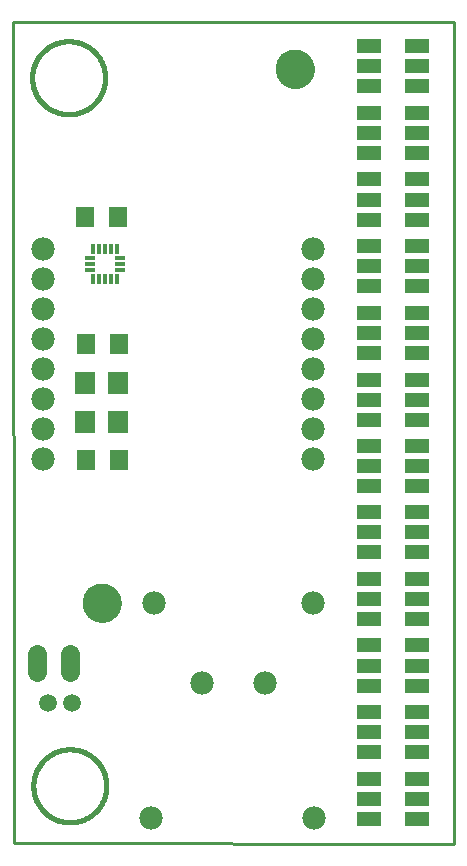
<source format=gts>
G75*
%MOIN*%
%OFA0B0*%
%FSLAX25Y25*%
%IPPOS*%
%LPD*%
%AMOC8*
5,1,8,0,0,1.08239X$1,22.5*
%
%ADD10C,0.01000*%
%ADD11C,0.00000*%
%ADD12C,0.12998*%
%ADD13C,0.01600*%
%ADD14C,0.06400*%
%ADD15C,0.07800*%
%ADD16R,0.08274X0.04731*%
%ADD17R,0.06699X0.07487*%
%ADD18R,0.05912X0.06699*%
%ADD19C,0.05943*%
%ADD20R,0.03550X0.01581*%
%ADD21R,0.01581X0.03550*%
D10*
X0110444Y0004527D02*
X0257294Y0004330D01*
X0257098Y0278346D01*
X0110050Y0278346D01*
X0110444Y0004527D01*
D11*
X0133476Y0084645D02*
X0133478Y0084803D01*
X0133484Y0084961D01*
X0133494Y0085119D01*
X0133508Y0085277D01*
X0133526Y0085434D01*
X0133547Y0085591D01*
X0133573Y0085747D01*
X0133603Y0085903D01*
X0133636Y0086058D01*
X0133674Y0086211D01*
X0133715Y0086364D01*
X0133760Y0086516D01*
X0133809Y0086667D01*
X0133862Y0086816D01*
X0133918Y0086964D01*
X0133978Y0087110D01*
X0134042Y0087255D01*
X0134110Y0087398D01*
X0134181Y0087540D01*
X0134255Y0087680D01*
X0134333Y0087817D01*
X0134415Y0087953D01*
X0134499Y0088087D01*
X0134588Y0088218D01*
X0134679Y0088347D01*
X0134774Y0088474D01*
X0134871Y0088599D01*
X0134972Y0088721D01*
X0135076Y0088840D01*
X0135183Y0088957D01*
X0135293Y0089071D01*
X0135406Y0089182D01*
X0135521Y0089291D01*
X0135639Y0089396D01*
X0135760Y0089498D01*
X0135883Y0089598D01*
X0136009Y0089694D01*
X0136137Y0089787D01*
X0136267Y0089877D01*
X0136400Y0089963D01*
X0136535Y0090047D01*
X0136671Y0090126D01*
X0136810Y0090203D01*
X0136951Y0090275D01*
X0137093Y0090345D01*
X0137237Y0090410D01*
X0137383Y0090472D01*
X0137530Y0090530D01*
X0137679Y0090585D01*
X0137829Y0090636D01*
X0137980Y0090683D01*
X0138132Y0090726D01*
X0138285Y0090765D01*
X0138440Y0090801D01*
X0138595Y0090832D01*
X0138751Y0090860D01*
X0138907Y0090884D01*
X0139064Y0090904D01*
X0139222Y0090920D01*
X0139379Y0090932D01*
X0139538Y0090940D01*
X0139696Y0090944D01*
X0139854Y0090944D01*
X0140012Y0090940D01*
X0140171Y0090932D01*
X0140328Y0090920D01*
X0140486Y0090904D01*
X0140643Y0090884D01*
X0140799Y0090860D01*
X0140955Y0090832D01*
X0141110Y0090801D01*
X0141265Y0090765D01*
X0141418Y0090726D01*
X0141570Y0090683D01*
X0141721Y0090636D01*
X0141871Y0090585D01*
X0142020Y0090530D01*
X0142167Y0090472D01*
X0142313Y0090410D01*
X0142457Y0090345D01*
X0142599Y0090275D01*
X0142740Y0090203D01*
X0142879Y0090126D01*
X0143015Y0090047D01*
X0143150Y0089963D01*
X0143283Y0089877D01*
X0143413Y0089787D01*
X0143541Y0089694D01*
X0143667Y0089598D01*
X0143790Y0089498D01*
X0143911Y0089396D01*
X0144029Y0089291D01*
X0144144Y0089182D01*
X0144257Y0089071D01*
X0144367Y0088957D01*
X0144474Y0088840D01*
X0144578Y0088721D01*
X0144679Y0088599D01*
X0144776Y0088474D01*
X0144871Y0088347D01*
X0144962Y0088218D01*
X0145051Y0088087D01*
X0145135Y0087953D01*
X0145217Y0087817D01*
X0145295Y0087680D01*
X0145369Y0087540D01*
X0145440Y0087398D01*
X0145508Y0087255D01*
X0145572Y0087110D01*
X0145632Y0086964D01*
X0145688Y0086816D01*
X0145741Y0086667D01*
X0145790Y0086516D01*
X0145835Y0086364D01*
X0145876Y0086211D01*
X0145914Y0086058D01*
X0145947Y0085903D01*
X0145977Y0085747D01*
X0146003Y0085591D01*
X0146024Y0085434D01*
X0146042Y0085277D01*
X0146056Y0085119D01*
X0146066Y0084961D01*
X0146072Y0084803D01*
X0146074Y0084645D01*
X0146072Y0084487D01*
X0146066Y0084329D01*
X0146056Y0084171D01*
X0146042Y0084013D01*
X0146024Y0083856D01*
X0146003Y0083699D01*
X0145977Y0083543D01*
X0145947Y0083387D01*
X0145914Y0083232D01*
X0145876Y0083079D01*
X0145835Y0082926D01*
X0145790Y0082774D01*
X0145741Y0082623D01*
X0145688Y0082474D01*
X0145632Y0082326D01*
X0145572Y0082180D01*
X0145508Y0082035D01*
X0145440Y0081892D01*
X0145369Y0081750D01*
X0145295Y0081610D01*
X0145217Y0081473D01*
X0145135Y0081337D01*
X0145051Y0081203D01*
X0144962Y0081072D01*
X0144871Y0080943D01*
X0144776Y0080816D01*
X0144679Y0080691D01*
X0144578Y0080569D01*
X0144474Y0080450D01*
X0144367Y0080333D01*
X0144257Y0080219D01*
X0144144Y0080108D01*
X0144029Y0079999D01*
X0143911Y0079894D01*
X0143790Y0079792D01*
X0143667Y0079692D01*
X0143541Y0079596D01*
X0143413Y0079503D01*
X0143283Y0079413D01*
X0143150Y0079327D01*
X0143015Y0079243D01*
X0142879Y0079164D01*
X0142740Y0079087D01*
X0142599Y0079015D01*
X0142457Y0078945D01*
X0142313Y0078880D01*
X0142167Y0078818D01*
X0142020Y0078760D01*
X0141871Y0078705D01*
X0141721Y0078654D01*
X0141570Y0078607D01*
X0141418Y0078564D01*
X0141265Y0078525D01*
X0141110Y0078489D01*
X0140955Y0078458D01*
X0140799Y0078430D01*
X0140643Y0078406D01*
X0140486Y0078386D01*
X0140328Y0078370D01*
X0140171Y0078358D01*
X0140012Y0078350D01*
X0139854Y0078346D01*
X0139696Y0078346D01*
X0139538Y0078350D01*
X0139379Y0078358D01*
X0139222Y0078370D01*
X0139064Y0078386D01*
X0138907Y0078406D01*
X0138751Y0078430D01*
X0138595Y0078458D01*
X0138440Y0078489D01*
X0138285Y0078525D01*
X0138132Y0078564D01*
X0137980Y0078607D01*
X0137829Y0078654D01*
X0137679Y0078705D01*
X0137530Y0078760D01*
X0137383Y0078818D01*
X0137237Y0078880D01*
X0137093Y0078945D01*
X0136951Y0079015D01*
X0136810Y0079087D01*
X0136671Y0079164D01*
X0136535Y0079243D01*
X0136400Y0079327D01*
X0136267Y0079413D01*
X0136137Y0079503D01*
X0136009Y0079596D01*
X0135883Y0079692D01*
X0135760Y0079792D01*
X0135639Y0079894D01*
X0135521Y0079999D01*
X0135406Y0080108D01*
X0135293Y0080219D01*
X0135183Y0080333D01*
X0135076Y0080450D01*
X0134972Y0080569D01*
X0134871Y0080691D01*
X0134774Y0080816D01*
X0134679Y0080943D01*
X0134588Y0081072D01*
X0134499Y0081203D01*
X0134415Y0081337D01*
X0134333Y0081473D01*
X0134255Y0081610D01*
X0134181Y0081750D01*
X0134110Y0081892D01*
X0134042Y0082035D01*
X0133978Y0082180D01*
X0133918Y0082326D01*
X0133862Y0082474D01*
X0133809Y0082623D01*
X0133760Y0082774D01*
X0133715Y0082926D01*
X0133674Y0083079D01*
X0133636Y0083232D01*
X0133603Y0083387D01*
X0133573Y0083543D01*
X0133547Y0083699D01*
X0133526Y0083856D01*
X0133508Y0084013D01*
X0133494Y0084171D01*
X0133484Y0084329D01*
X0133478Y0084487D01*
X0133476Y0084645D01*
X0197846Y0262597D02*
X0197848Y0262755D01*
X0197854Y0262913D01*
X0197864Y0263071D01*
X0197878Y0263229D01*
X0197896Y0263386D01*
X0197917Y0263543D01*
X0197943Y0263699D01*
X0197973Y0263855D01*
X0198006Y0264010D01*
X0198044Y0264163D01*
X0198085Y0264316D01*
X0198130Y0264468D01*
X0198179Y0264619D01*
X0198232Y0264768D01*
X0198288Y0264916D01*
X0198348Y0265062D01*
X0198412Y0265207D01*
X0198480Y0265350D01*
X0198551Y0265492D01*
X0198625Y0265632D01*
X0198703Y0265769D01*
X0198785Y0265905D01*
X0198869Y0266039D01*
X0198958Y0266170D01*
X0199049Y0266299D01*
X0199144Y0266426D01*
X0199241Y0266551D01*
X0199342Y0266673D01*
X0199446Y0266792D01*
X0199553Y0266909D01*
X0199663Y0267023D01*
X0199776Y0267134D01*
X0199891Y0267243D01*
X0200009Y0267348D01*
X0200130Y0267450D01*
X0200253Y0267550D01*
X0200379Y0267646D01*
X0200507Y0267739D01*
X0200637Y0267829D01*
X0200770Y0267915D01*
X0200905Y0267999D01*
X0201041Y0268078D01*
X0201180Y0268155D01*
X0201321Y0268227D01*
X0201463Y0268297D01*
X0201607Y0268362D01*
X0201753Y0268424D01*
X0201900Y0268482D01*
X0202049Y0268537D01*
X0202199Y0268588D01*
X0202350Y0268635D01*
X0202502Y0268678D01*
X0202655Y0268717D01*
X0202810Y0268753D01*
X0202965Y0268784D01*
X0203121Y0268812D01*
X0203277Y0268836D01*
X0203434Y0268856D01*
X0203592Y0268872D01*
X0203749Y0268884D01*
X0203908Y0268892D01*
X0204066Y0268896D01*
X0204224Y0268896D01*
X0204382Y0268892D01*
X0204541Y0268884D01*
X0204698Y0268872D01*
X0204856Y0268856D01*
X0205013Y0268836D01*
X0205169Y0268812D01*
X0205325Y0268784D01*
X0205480Y0268753D01*
X0205635Y0268717D01*
X0205788Y0268678D01*
X0205940Y0268635D01*
X0206091Y0268588D01*
X0206241Y0268537D01*
X0206390Y0268482D01*
X0206537Y0268424D01*
X0206683Y0268362D01*
X0206827Y0268297D01*
X0206969Y0268227D01*
X0207110Y0268155D01*
X0207249Y0268078D01*
X0207385Y0267999D01*
X0207520Y0267915D01*
X0207653Y0267829D01*
X0207783Y0267739D01*
X0207911Y0267646D01*
X0208037Y0267550D01*
X0208160Y0267450D01*
X0208281Y0267348D01*
X0208399Y0267243D01*
X0208514Y0267134D01*
X0208627Y0267023D01*
X0208737Y0266909D01*
X0208844Y0266792D01*
X0208948Y0266673D01*
X0209049Y0266551D01*
X0209146Y0266426D01*
X0209241Y0266299D01*
X0209332Y0266170D01*
X0209421Y0266039D01*
X0209505Y0265905D01*
X0209587Y0265769D01*
X0209665Y0265632D01*
X0209739Y0265492D01*
X0209810Y0265350D01*
X0209878Y0265207D01*
X0209942Y0265062D01*
X0210002Y0264916D01*
X0210058Y0264768D01*
X0210111Y0264619D01*
X0210160Y0264468D01*
X0210205Y0264316D01*
X0210246Y0264163D01*
X0210284Y0264010D01*
X0210317Y0263855D01*
X0210347Y0263699D01*
X0210373Y0263543D01*
X0210394Y0263386D01*
X0210412Y0263229D01*
X0210426Y0263071D01*
X0210436Y0262913D01*
X0210442Y0262755D01*
X0210444Y0262597D01*
X0210442Y0262439D01*
X0210436Y0262281D01*
X0210426Y0262123D01*
X0210412Y0261965D01*
X0210394Y0261808D01*
X0210373Y0261651D01*
X0210347Y0261495D01*
X0210317Y0261339D01*
X0210284Y0261184D01*
X0210246Y0261031D01*
X0210205Y0260878D01*
X0210160Y0260726D01*
X0210111Y0260575D01*
X0210058Y0260426D01*
X0210002Y0260278D01*
X0209942Y0260132D01*
X0209878Y0259987D01*
X0209810Y0259844D01*
X0209739Y0259702D01*
X0209665Y0259562D01*
X0209587Y0259425D01*
X0209505Y0259289D01*
X0209421Y0259155D01*
X0209332Y0259024D01*
X0209241Y0258895D01*
X0209146Y0258768D01*
X0209049Y0258643D01*
X0208948Y0258521D01*
X0208844Y0258402D01*
X0208737Y0258285D01*
X0208627Y0258171D01*
X0208514Y0258060D01*
X0208399Y0257951D01*
X0208281Y0257846D01*
X0208160Y0257744D01*
X0208037Y0257644D01*
X0207911Y0257548D01*
X0207783Y0257455D01*
X0207653Y0257365D01*
X0207520Y0257279D01*
X0207385Y0257195D01*
X0207249Y0257116D01*
X0207110Y0257039D01*
X0206969Y0256967D01*
X0206827Y0256897D01*
X0206683Y0256832D01*
X0206537Y0256770D01*
X0206390Y0256712D01*
X0206241Y0256657D01*
X0206091Y0256606D01*
X0205940Y0256559D01*
X0205788Y0256516D01*
X0205635Y0256477D01*
X0205480Y0256441D01*
X0205325Y0256410D01*
X0205169Y0256382D01*
X0205013Y0256358D01*
X0204856Y0256338D01*
X0204698Y0256322D01*
X0204541Y0256310D01*
X0204382Y0256302D01*
X0204224Y0256298D01*
X0204066Y0256298D01*
X0203908Y0256302D01*
X0203749Y0256310D01*
X0203592Y0256322D01*
X0203434Y0256338D01*
X0203277Y0256358D01*
X0203121Y0256382D01*
X0202965Y0256410D01*
X0202810Y0256441D01*
X0202655Y0256477D01*
X0202502Y0256516D01*
X0202350Y0256559D01*
X0202199Y0256606D01*
X0202049Y0256657D01*
X0201900Y0256712D01*
X0201753Y0256770D01*
X0201607Y0256832D01*
X0201463Y0256897D01*
X0201321Y0256967D01*
X0201180Y0257039D01*
X0201041Y0257116D01*
X0200905Y0257195D01*
X0200770Y0257279D01*
X0200637Y0257365D01*
X0200507Y0257455D01*
X0200379Y0257548D01*
X0200253Y0257644D01*
X0200130Y0257744D01*
X0200009Y0257846D01*
X0199891Y0257951D01*
X0199776Y0258060D01*
X0199663Y0258171D01*
X0199553Y0258285D01*
X0199446Y0258402D01*
X0199342Y0258521D01*
X0199241Y0258643D01*
X0199144Y0258768D01*
X0199049Y0258895D01*
X0198958Y0259024D01*
X0198869Y0259155D01*
X0198785Y0259289D01*
X0198703Y0259425D01*
X0198625Y0259562D01*
X0198551Y0259702D01*
X0198480Y0259844D01*
X0198412Y0259987D01*
X0198348Y0260132D01*
X0198288Y0260278D01*
X0198232Y0260426D01*
X0198179Y0260575D01*
X0198130Y0260726D01*
X0198085Y0260878D01*
X0198044Y0261031D01*
X0198006Y0261184D01*
X0197973Y0261339D01*
X0197943Y0261495D01*
X0197917Y0261651D01*
X0197896Y0261808D01*
X0197878Y0261965D01*
X0197864Y0262123D01*
X0197854Y0262281D01*
X0197848Y0262439D01*
X0197846Y0262597D01*
D12*
X0204145Y0262597D03*
X0139775Y0084645D03*
D13*
X0116961Y0023672D02*
X0116965Y0023971D01*
X0116976Y0024269D01*
X0116994Y0024567D01*
X0117020Y0024865D01*
X0117053Y0025161D01*
X0117093Y0025457D01*
X0117140Y0025752D01*
X0117195Y0026046D01*
X0117257Y0026338D01*
X0117326Y0026629D01*
X0117402Y0026917D01*
X0117485Y0027204D01*
X0117575Y0027489D01*
X0117672Y0027771D01*
X0117776Y0028051D01*
X0117887Y0028328D01*
X0118005Y0028603D01*
X0118129Y0028874D01*
X0118260Y0029143D01*
X0118398Y0029408D01*
X0118542Y0029670D01*
X0118692Y0029928D01*
X0118849Y0030182D01*
X0119012Y0030432D01*
X0119181Y0030678D01*
X0119356Y0030920D01*
X0119536Y0031158D01*
X0119723Y0031391D01*
X0119915Y0031620D01*
X0120113Y0031844D01*
X0120316Y0032062D01*
X0120525Y0032276D01*
X0120739Y0032485D01*
X0120957Y0032688D01*
X0121181Y0032886D01*
X0121410Y0033078D01*
X0121643Y0033265D01*
X0121881Y0033445D01*
X0122123Y0033620D01*
X0122369Y0033789D01*
X0122619Y0033952D01*
X0122873Y0034109D01*
X0123131Y0034259D01*
X0123393Y0034403D01*
X0123658Y0034541D01*
X0123927Y0034672D01*
X0124198Y0034796D01*
X0124473Y0034914D01*
X0124750Y0035025D01*
X0125030Y0035129D01*
X0125312Y0035226D01*
X0125597Y0035316D01*
X0125884Y0035399D01*
X0126172Y0035475D01*
X0126463Y0035544D01*
X0126755Y0035606D01*
X0127049Y0035661D01*
X0127344Y0035708D01*
X0127640Y0035748D01*
X0127936Y0035781D01*
X0128234Y0035807D01*
X0128532Y0035825D01*
X0128830Y0035836D01*
X0129129Y0035840D01*
X0129428Y0035836D01*
X0129726Y0035825D01*
X0130024Y0035807D01*
X0130322Y0035781D01*
X0130618Y0035748D01*
X0130914Y0035708D01*
X0131209Y0035661D01*
X0131503Y0035606D01*
X0131795Y0035544D01*
X0132086Y0035475D01*
X0132374Y0035399D01*
X0132661Y0035316D01*
X0132946Y0035226D01*
X0133228Y0035129D01*
X0133508Y0035025D01*
X0133785Y0034914D01*
X0134060Y0034796D01*
X0134331Y0034672D01*
X0134600Y0034541D01*
X0134865Y0034403D01*
X0135127Y0034259D01*
X0135385Y0034109D01*
X0135639Y0033952D01*
X0135889Y0033789D01*
X0136135Y0033620D01*
X0136377Y0033445D01*
X0136615Y0033265D01*
X0136848Y0033078D01*
X0137077Y0032886D01*
X0137301Y0032688D01*
X0137519Y0032485D01*
X0137733Y0032276D01*
X0137942Y0032062D01*
X0138145Y0031844D01*
X0138343Y0031620D01*
X0138535Y0031391D01*
X0138722Y0031158D01*
X0138902Y0030920D01*
X0139077Y0030678D01*
X0139246Y0030432D01*
X0139409Y0030182D01*
X0139566Y0029928D01*
X0139716Y0029670D01*
X0139860Y0029408D01*
X0139998Y0029143D01*
X0140129Y0028874D01*
X0140253Y0028603D01*
X0140371Y0028328D01*
X0140482Y0028051D01*
X0140586Y0027771D01*
X0140683Y0027489D01*
X0140773Y0027204D01*
X0140856Y0026917D01*
X0140932Y0026629D01*
X0141001Y0026338D01*
X0141063Y0026046D01*
X0141118Y0025752D01*
X0141165Y0025457D01*
X0141205Y0025161D01*
X0141238Y0024865D01*
X0141264Y0024567D01*
X0141282Y0024269D01*
X0141293Y0023971D01*
X0141297Y0023672D01*
X0141293Y0023373D01*
X0141282Y0023075D01*
X0141264Y0022777D01*
X0141238Y0022479D01*
X0141205Y0022183D01*
X0141165Y0021887D01*
X0141118Y0021592D01*
X0141063Y0021298D01*
X0141001Y0021006D01*
X0140932Y0020715D01*
X0140856Y0020427D01*
X0140773Y0020140D01*
X0140683Y0019855D01*
X0140586Y0019573D01*
X0140482Y0019293D01*
X0140371Y0019016D01*
X0140253Y0018741D01*
X0140129Y0018470D01*
X0139998Y0018201D01*
X0139860Y0017936D01*
X0139716Y0017674D01*
X0139566Y0017416D01*
X0139409Y0017162D01*
X0139246Y0016912D01*
X0139077Y0016666D01*
X0138902Y0016424D01*
X0138722Y0016186D01*
X0138535Y0015953D01*
X0138343Y0015724D01*
X0138145Y0015500D01*
X0137942Y0015282D01*
X0137733Y0015068D01*
X0137519Y0014859D01*
X0137301Y0014656D01*
X0137077Y0014458D01*
X0136848Y0014266D01*
X0136615Y0014079D01*
X0136377Y0013899D01*
X0136135Y0013724D01*
X0135889Y0013555D01*
X0135639Y0013392D01*
X0135385Y0013235D01*
X0135127Y0013085D01*
X0134865Y0012941D01*
X0134600Y0012803D01*
X0134331Y0012672D01*
X0134060Y0012548D01*
X0133785Y0012430D01*
X0133508Y0012319D01*
X0133228Y0012215D01*
X0132946Y0012118D01*
X0132661Y0012028D01*
X0132374Y0011945D01*
X0132086Y0011869D01*
X0131795Y0011800D01*
X0131503Y0011738D01*
X0131209Y0011683D01*
X0130914Y0011636D01*
X0130618Y0011596D01*
X0130322Y0011563D01*
X0130024Y0011537D01*
X0129726Y0011519D01*
X0129428Y0011508D01*
X0129129Y0011504D01*
X0128830Y0011508D01*
X0128532Y0011519D01*
X0128234Y0011537D01*
X0127936Y0011563D01*
X0127640Y0011596D01*
X0127344Y0011636D01*
X0127049Y0011683D01*
X0126755Y0011738D01*
X0126463Y0011800D01*
X0126172Y0011869D01*
X0125884Y0011945D01*
X0125597Y0012028D01*
X0125312Y0012118D01*
X0125030Y0012215D01*
X0124750Y0012319D01*
X0124473Y0012430D01*
X0124198Y0012548D01*
X0123927Y0012672D01*
X0123658Y0012803D01*
X0123393Y0012941D01*
X0123131Y0013085D01*
X0122873Y0013235D01*
X0122619Y0013392D01*
X0122369Y0013555D01*
X0122123Y0013724D01*
X0121881Y0013899D01*
X0121643Y0014079D01*
X0121410Y0014266D01*
X0121181Y0014458D01*
X0120957Y0014656D01*
X0120739Y0014859D01*
X0120525Y0015068D01*
X0120316Y0015282D01*
X0120113Y0015500D01*
X0119915Y0015724D01*
X0119723Y0015953D01*
X0119536Y0016186D01*
X0119356Y0016424D01*
X0119181Y0016666D01*
X0119012Y0016912D01*
X0118849Y0017162D01*
X0118692Y0017416D01*
X0118542Y0017674D01*
X0118398Y0017936D01*
X0118260Y0018201D01*
X0118129Y0018470D01*
X0118005Y0018741D01*
X0117887Y0019016D01*
X0117776Y0019293D01*
X0117672Y0019573D01*
X0117575Y0019855D01*
X0117485Y0020140D01*
X0117402Y0020427D01*
X0117326Y0020715D01*
X0117257Y0021006D01*
X0117195Y0021298D01*
X0117140Y0021592D01*
X0117093Y0021887D01*
X0117053Y0022183D01*
X0117020Y0022479D01*
X0116994Y0022777D01*
X0116976Y0023075D01*
X0116965Y0023373D01*
X0116961Y0023672D01*
X0116567Y0259696D02*
X0116571Y0259995D01*
X0116582Y0260293D01*
X0116600Y0260591D01*
X0116626Y0260889D01*
X0116659Y0261185D01*
X0116699Y0261481D01*
X0116746Y0261776D01*
X0116801Y0262070D01*
X0116863Y0262362D01*
X0116932Y0262653D01*
X0117008Y0262941D01*
X0117091Y0263228D01*
X0117181Y0263513D01*
X0117278Y0263795D01*
X0117382Y0264075D01*
X0117493Y0264352D01*
X0117611Y0264627D01*
X0117735Y0264898D01*
X0117866Y0265167D01*
X0118004Y0265432D01*
X0118148Y0265694D01*
X0118298Y0265952D01*
X0118455Y0266206D01*
X0118618Y0266456D01*
X0118787Y0266702D01*
X0118962Y0266944D01*
X0119142Y0267182D01*
X0119329Y0267415D01*
X0119521Y0267644D01*
X0119719Y0267868D01*
X0119922Y0268086D01*
X0120131Y0268300D01*
X0120345Y0268509D01*
X0120563Y0268712D01*
X0120787Y0268910D01*
X0121016Y0269102D01*
X0121249Y0269289D01*
X0121487Y0269469D01*
X0121729Y0269644D01*
X0121975Y0269813D01*
X0122225Y0269976D01*
X0122479Y0270133D01*
X0122737Y0270283D01*
X0122999Y0270427D01*
X0123264Y0270565D01*
X0123533Y0270696D01*
X0123804Y0270820D01*
X0124079Y0270938D01*
X0124356Y0271049D01*
X0124636Y0271153D01*
X0124918Y0271250D01*
X0125203Y0271340D01*
X0125490Y0271423D01*
X0125778Y0271499D01*
X0126069Y0271568D01*
X0126361Y0271630D01*
X0126655Y0271685D01*
X0126950Y0271732D01*
X0127246Y0271772D01*
X0127542Y0271805D01*
X0127840Y0271831D01*
X0128138Y0271849D01*
X0128436Y0271860D01*
X0128735Y0271864D01*
X0129034Y0271860D01*
X0129332Y0271849D01*
X0129630Y0271831D01*
X0129928Y0271805D01*
X0130224Y0271772D01*
X0130520Y0271732D01*
X0130815Y0271685D01*
X0131109Y0271630D01*
X0131401Y0271568D01*
X0131692Y0271499D01*
X0131980Y0271423D01*
X0132267Y0271340D01*
X0132552Y0271250D01*
X0132834Y0271153D01*
X0133114Y0271049D01*
X0133391Y0270938D01*
X0133666Y0270820D01*
X0133937Y0270696D01*
X0134206Y0270565D01*
X0134471Y0270427D01*
X0134733Y0270283D01*
X0134991Y0270133D01*
X0135245Y0269976D01*
X0135495Y0269813D01*
X0135741Y0269644D01*
X0135983Y0269469D01*
X0136221Y0269289D01*
X0136454Y0269102D01*
X0136683Y0268910D01*
X0136907Y0268712D01*
X0137125Y0268509D01*
X0137339Y0268300D01*
X0137548Y0268086D01*
X0137751Y0267868D01*
X0137949Y0267644D01*
X0138141Y0267415D01*
X0138328Y0267182D01*
X0138508Y0266944D01*
X0138683Y0266702D01*
X0138852Y0266456D01*
X0139015Y0266206D01*
X0139172Y0265952D01*
X0139322Y0265694D01*
X0139466Y0265432D01*
X0139604Y0265167D01*
X0139735Y0264898D01*
X0139859Y0264627D01*
X0139977Y0264352D01*
X0140088Y0264075D01*
X0140192Y0263795D01*
X0140289Y0263513D01*
X0140379Y0263228D01*
X0140462Y0262941D01*
X0140538Y0262653D01*
X0140607Y0262362D01*
X0140669Y0262070D01*
X0140724Y0261776D01*
X0140771Y0261481D01*
X0140811Y0261185D01*
X0140844Y0260889D01*
X0140870Y0260591D01*
X0140888Y0260293D01*
X0140899Y0259995D01*
X0140903Y0259696D01*
X0140899Y0259397D01*
X0140888Y0259099D01*
X0140870Y0258801D01*
X0140844Y0258503D01*
X0140811Y0258207D01*
X0140771Y0257911D01*
X0140724Y0257616D01*
X0140669Y0257322D01*
X0140607Y0257030D01*
X0140538Y0256739D01*
X0140462Y0256451D01*
X0140379Y0256164D01*
X0140289Y0255879D01*
X0140192Y0255597D01*
X0140088Y0255317D01*
X0139977Y0255040D01*
X0139859Y0254765D01*
X0139735Y0254494D01*
X0139604Y0254225D01*
X0139466Y0253960D01*
X0139322Y0253698D01*
X0139172Y0253440D01*
X0139015Y0253186D01*
X0138852Y0252936D01*
X0138683Y0252690D01*
X0138508Y0252448D01*
X0138328Y0252210D01*
X0138141Y0251977D01*
X0137949Y0251748D01*
X0137751Y0251524D01*
X0137548Y0251306D01*
X0137339Y0251092D01*
X0137125Y0250883D01*
X0136907Y0250680D01*
X0136683Y0250482D01*
X0136454Y0250290D01*
X0136221Y0250103D01*
X0135983Y0249923D01*
X0135741Y0249748D01*
X0135495Y0249579D01*
X0135245Y0249416D01*
X0134991Y0249259D01*
X0134733Y0249109D01*
X0134471Y0248965D01*
X0134206Y0248827D01*
X0133937Y0248696D01*
X0133666Y0248572D01*
X0133391Y0248454D01*
X0133114Y0248343D01*
X0132834Y0248239D01*
X0132552Y0248142D01*
X0132267Y0248052D01*
X0131980Y0247969D01*
X0131692Y0247893D01*
X0131401Y0247824D01*
X0131109Y0247762D01*
X0130815Y0247707D01*
X0130520Y0247660D01*
X0130224Y0247620D01*
X0129928Y0247587D01*
X0129630Y0247561D01*
X0129332Y0247543D01*
X0129034Y0247532D01*
X0128735Y0247528D01*
X0128436Y0247532D01*
X0128138Y0247543D01*
X0127840Y0247561D01*
X0127542Y0247587D01*
X0127246Y0247620D01*
X0126950Y0247660D01*
X0126655Y0247707D01*
X0126361Y0247762D01*
X0126069Y0247824D01*
X0125778Y0247893D01*
X0125490Y0247969D01*
X0125203Y0248052D01*
X0124918Y0248142D01*
X0124636Y0248239D01*
X0124356Y0248343D01*
X0124079Y0248454D01*
X0123804Y0248572D01*
X0123533Y0248696D01*
X0123264Y0248827D01*
X0122999Y0248965D01*
X0122737Y0249109D01*
X0122479Y0249259D01*
X0122225Y0249416D01*
X0121975Y0249579D01*
X0121729Y0249748D01*
X0121487Y0249923D01*
X0121249Y0250103D01*
X0121016Y0250290D01*
X0120787Y0250482D01*
X0120563Y0250680D01*
X0120345Y0250883D01*
X0120131Y0251092D01*
X0119922Y0251306D01*
X0119719Y0251524D01*
X0119521Y0251748D01*
X0119329Y0251977D01*
X0119142Y0252210D01*
X0118962Y0252448D01*
X0118787Y0252690D01*
X0118618Y0252936D01*
X0118455Y0253186D01*
X0118298Y0253440D01*
X0118148Y0253698D01*
X0118004Y0253960D01*
X0117866Y0254225D01*
X0117735Y0254494D01*
X0117611Y0254765D01*
X0117493Y0255040D01*
X0117382Y0255317D01*
X0117278Y0255597D01*
X0117181Y0255879D01*
X0117091Y0256164D01*
X0117008Y0256451D01*
X0116932Y0256739D01*
X0116863Y0257030D01*
X0116801Y0257322D01*
X0116746Y0257616D01*
X0116699Y0257911D01*
X0116659Y0258207D01*
X0116626Y0258503D01*
X0116600Y0258801D01*
X0116582Y0259099D01*
X0116571Y0259397D01*
X0116567Y0259696D01*
D14*
X0118257Y0067580D02*
X0118257Y0061580D01*
X0129257Y0061580D02*
X0129257Y0067580D01*
D15*
X0157098Y0084645D03*
X0173223Y0057924D03*
X0194089Y0057924D03*
X0210247Y0084645D03*
X0210247Y0132747D03*
X0210247Y0142747D03*
X0210247Y0152747D03*
X0210247Y0162747D03*
X0210247Y0172747D03*
X0210247Y0182747D03*
X0210247Y0192747D03*
X0210247Y0202747D03*
X0120247Y0202747D03*
X0120247Y0192747D03*
X0120247Y0182747D03*
X0120247Y0172747D03*
X0120247Y0162747D03*
X0120247Y0152747D03*
X0120247Y0142747D03*
X0120247Y0132747D03*
X0156310Y0012991D03*
X0210641Y0012991D03*
D16*
X0228948Y0012597D03*
X0228948Y0019290D03*
X0228948Y0025983D03*
X0228948Y0034842D03*
X0228948Y0041534D03*
X0228948Y0048227D03*
X0228948Y0057086D03*
X0228948Y0063779D03*
X0228948Y0070472D03*
X0228948Y0079330D03*
X0228948Y0086023D03*
X0228948Y0092716D03*
X0228948Y0101574D03*
X0228948Y0108267D03*
X0228948Y0114960D03*
X0228948Y0123621D03*
X0228948Y0130314D03*
X0228948Y0137007D03*
X0228948Y0145668D03*
X0228948Y0152361D03*
X0228948Y0159054D03*
X0228948Y0167912D03*
X0228948Y0174605D03*
X0228948Y0181298D03*
X0228948Y0190157D03*
X0228948Y0196849D03*
X0228948Y0203542D03*
X0228948Y0212401D03*
X0228948Y0219094D03*
X0228948Y0225786D03*
X0228948Y0234645D03*
X0228948Y0241338D03*
X0228948Y0248031D03*
X0228948Y0256889D03*
X0228948Y0263582D03*
X0228948Y0270275D03*
X0244696Y0270275D03*
X0244696Y0263582D03*
X0244696Y0256889D03*
X0244696Y0248031D03*
X0244696Y0241338D03*
X0244696Y0234645D03*
X0244696Y0225786D03*
X0244696Y0219094D03*
X0244696Y0212401D03*
X0244696Y0203542D03*
X0244696Y0196849D03*
X0244696Y0190157D03*
X0244696Y0181298D03*
X0244696Y0174605D03*
X0244696Y0167912D03*
X0244696Y0159054D03*
X0244696Y0152361D03*
X0244696Y0145668D03*
X0244696Y0137007D03*
X0244696Y0130314D03*
X0244696Y0123621D03*
X0244696Y0114960D03*
X0244696Y0108267D03*
X0244696Y0101574D03*
X0244696Y0092716D03*
X0244696Y0086023D03*
X0244696Y0079330D03*
X0244696Y0070472D03*
X0244696Y0063779D03*
X0244696Y0057086D03*
X0244696Y0048227D03*
X0244696Y0041534D03*
X0244696Y0034842D03*
X0244696Y0025983D03*
X0244696Y0019290D03*
X0244696Y0012597D03*
D17*
X0145287Y0144944D03*
X0134263Y0144944D03*
X0134263Y0157936D03*
X0145287Y0157936D03*
D18*
X0145467Y0170917D03*
X0134444Y0170917D03*
X0134457Y0132290D03*
X0145480Y0132290D03*
X0145178Y0213370D03*
X0134155Y0213370D03*
D19*
X0129700Y0051257D03*
X0121826Y0051257D03*
D20*
X0135920Y0195720D03*
X0135920Y0197688D03*
X0135920Y0199657D03*
X0145959Y0199657D03*
X0145959Y0197688D03*
X0145959Y0195720D03*
D21*
X0144877Y0192669D03*
X0142908Y0192669D03*
X0140940Y0192669D03*
X0138971Y0192669D03*
X0137003Y0192669D03*
X0137003Y0202708D03*
X0138971Y0202708D03*
X0140940Y0202708D03*
X0142908Y0202708D03*
X0144877Y0202708D03*
M02*

</source>
